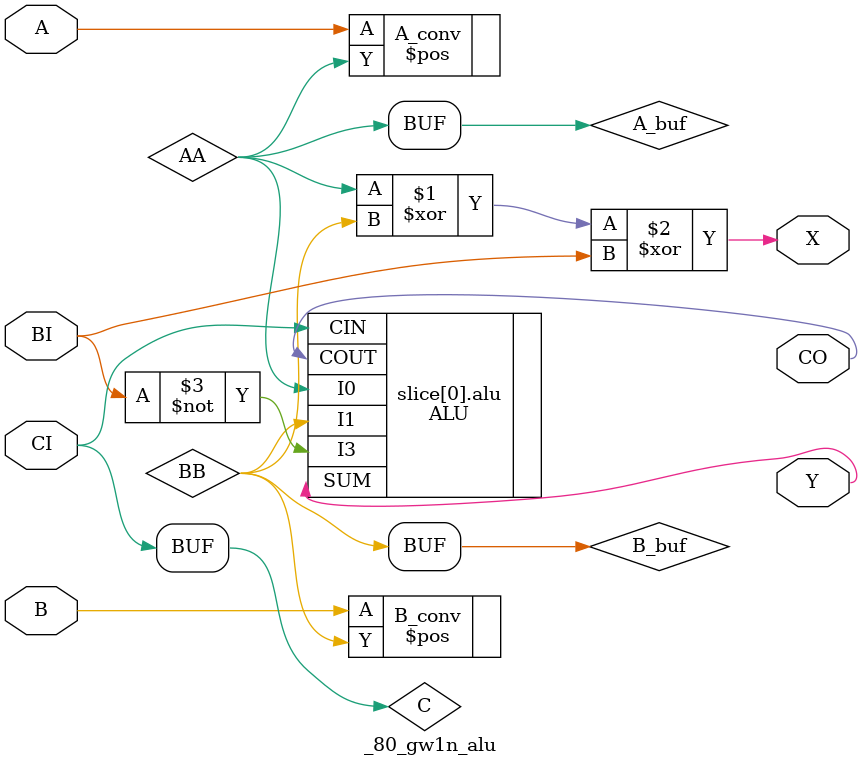
<source format=v>
/*
 *  yosys -- Yosys Open SYnthesis Suite
 *
 *  Copyright (C) 2012  Claire Xenia Wolf <claire@yosyshq.com>
 *  Copyright (C) 2018  gatecat <gatecat@ds0.me>
 *
 *  Permission to use, copy, modify, and/or distribute this software for any
 *  purpose with or without fee is hereby granted, provided that the above
 *  copyright notice and this permission notice appear in all copies.
 *
 *  THE SOFTWARE IS PROVIDED "AS IS" AND THE AUTHOR DISCLAIMS ALL WARRANTIES
 *  WITH REGARD TO THIS SOFTWARE INCLUDING ALL IMPLIED WARRANTIES OF
 *  MERCHANTABILITY AND FITNESS. IN NO EVENT SHALL THE AUTHOR BE LIABLE FOR
 *  ANY SPECIAL, DIRECT, INDIRECT, OR CONSEQUENTIAL DAMAGES OR ANY DAMAGES
 *  WHATSOEVER RESULTING FROM LOSS OF USE, DATA OR PROFITS, WHETHER IN AN
 *  ACTION OF CONTRACT, NEGLIGENCE OR OTHER TORTIOUS ACTION, ARISING OUT OF
 *  OR IN CONNECTION WITH THE USE OR PERFORMANCE OF THIS SOFTWARE.
 *
 */

(* techmap_celltype = "$alu" *)
module _80_gw1n_alu(A, B, CI, BI, X, Y, CO);
   parameter A_SIGNED = 0;
   parameter B_SIGNED = 0;
   parameter A_WIDTH = 1;
   parameter B_WIDTH = 1;
   parameter Y_WIDTH = 1;

   (* force_downto *)
   input [A_WIDTH-1:0] A;
   (* force_downto *)
   input [B_WIDTH-1:0] B;
   (* force_downto *)
   output [Y_WIDTH-1:0] X, Y;

   input 		CI, BI;
   (* force_downto *)
   output [Y_WIDTH-1:0] CO;

   wire 		_TECHMAP_FAIL_ = Y_WIDTH <= 2;

   (* force_downto *)
   wire [Y_WIDTH-1:0] 	A_buf, B_buf;
   \$pos #(.A_SIGNED(A_SIGNED), .A_WIDTH(A_WIDTH), .Y_WIDTH(Y_WIDTH)) A_conv (.A(A), .Y(A_buf));
   \$pos #(.A_SIGNED(B_SIGNED), .A_WIDTH(B_WIDTH), .Y_WIDTH(Y_WIDTH)) B_conv (.A(B), .Y(B_buf));

   (* force_downto *)
   wire [Y_WIDTH-1:0] 	AA = A_buf;
   (* force_downto *)
   wire [Y_WIDTH-1:0] 	BB = B_buf;
   (* force_downto *)
   wire [Y_WIDTH-1:0] 	C = {CO, CI};

   genvar 		i;
   generate for (i = 0; i < Y_WIDTH; i = i + 1) begin:slice
      ALU #(.ALU_MODE(2)) // ADDSUB I3 ? add : sub
      alu(.I0(AA[i]),
	  .I1(BB[i]),
	  .I3(~BI),
	  .CIN(C[i]),
	  .COUT(CO[i]),
	  .SUM(Y[i])
	  );
   end endgenerate
   assign X = AA ^ BB ^ {Y_WIDTH{BI}};
endmodule


</source>
